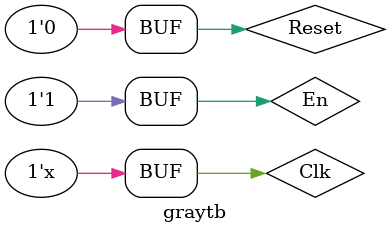
<source format=v>
`timescale 1ns / 1ps


module graytb;

	// Inputs
	reg Clk;
	reg Reset;
	reg En;

	// Outputs
	wire [2:0] Output;
	wire Overflow;

	// Instantiate the Unit Under Test (UUT)
	gray uut (
		.Clk(Clk), 
		.Reset(Reset), 
		.En(En), 
		.Output(Output), 
		.Overflow(Overflow)
	);

	initial begin
		// Initialize Inputs
		#0 Clk = 0;
			Reset = 0;
			En = 0;
		#100 En = 1;
		#20 Reset = 1;
		#10 Reset = 0;
		#100 Reset = 1;
		#10 Reset = 0;
	end
	always #5 Clk=~Clk;
      
endmodule


</source>
